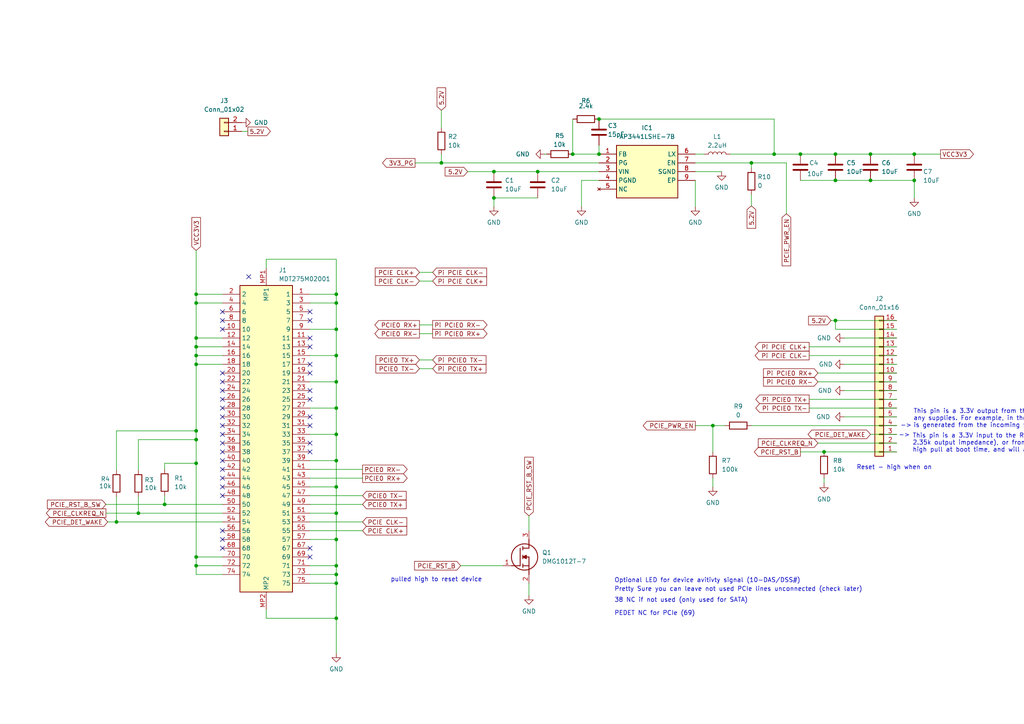
<source format=kicad_sch>
(kicad_sch (version 20230121) (generator eeschema)
  (paper "A4")
  (lib_symbols
    (symbol "Connector:MDT275M02001"
      (property "Reference" "J" (at 95.25 12.7 0))
      (property "Value" "MDT275M02001" (at 95.25 10.16 0))
      (symbol "MDT275M02001_1_1"
        (rectangle (start 5.08 7.62) (end 93.98 -7.62) (stroke (width 0.254)) (fill (type background)))
        (pin passive line (at 7.62 12.7 270) (length 5.08) (name "1") (number "1"))
        (pin passive line (at 17.78 -12.7 90) (length 5.08) (name "10") (number "10"))
        (pin passive line (at 20.32 12.7 270) (length 5.08) (name "11") (number "11"))
        (pin passive line (at 20.32 -12.7 90) (length 5.08) (name "12") (number "12"))
        (pin passive line (at 22.86 12.7 270) (length 5.08) (name "13") (number "13"))
        (pin passive line (at 22.86 -12.7 90) (length 5.08) (name "14") (number "14"))
        (pin passive line (at 25.4 12.7 270) (length 5.08) (name "15") (number "15"))
        (pin passive line (at 25.4 -12.7 90) (length 5.08) (name "16") (number "16"))
        (pin passive line (at 27.94 12.7 270) (length 5.08) (name "17") (number "17"))
        (pin passive line (at 27.94 -12.7 90) (length 5.08) (name "18") (number "18"))
        (pin passive line (at 30.48 12.7 270) (length 5.08) (name "19") (number "19"))
        (pin passive line (at 7.62 -12.7 90) (length 5.08) (name "2") (number "2"))
        (pin passive line (at 30.48 -12.7 90) (length 5.08) (name "20") (number "20"))
        (pin passive line (at 33.02 12.7 270) (length 5.08) (name "21") (number "21"))
        (pin passive line (at 33.02 -12.7 90) (length 5.08) (name "22") (number "22"))
        (pin passive line (at 35.56 12.7 270) (length 5.08) (name "23") (number "23"))
        (pin passive line (at 35.56 -12.7 90) (length 5.08) (name "24") (number "24"))
        (pin passive line (at 38.1 12.7 270) (length 5.08) (name "25") (number "25"))
        (pin passive line (at 38.1 -12.7 90) (length 5.08) (name "26") (number "26"))
        (pin passive line (at 40.64 12.7 270) (length 5.08) (name "27") (number "27"))
        (pin passive line (at 40.64 -12.7 90) (length 5.08) (name "28") (number "28"))
        (pin passive line (at 43.18 12.7 270) (length 5.08) (name "29") (number "29"))
        (pin passive line (at 10.16 12.7 270) (length 5.08) (name "3") (number "3"))
        (pin passive line (at 43.18 -12.7 90) (length 5.08) (name "30") (number "30"))
        (pin passive line (at 45.72 12.7 270) (length 5.08) (name "31") (number "31"))
        (pin passive line (at 45.72 -12.7 90) (length 5.08) (name "32") (number "32"))
        (pin passive line (at 48.26 12.7 270) (length 5.08) (name "33") (number "33"))
        (pin passive line (at 48.26 -12.7 90) (length 5.08) (name "34") (number "34"))
        (pin passive line (at 50.8 12.7 270) (length 5.08) (name "35") (number "35"))
        (pin passive line (at 50.8 -12.7 90) (length 5.08) (name "36") (number "36"))
        (pin passive line (at 53.34 12.7 270) (length 5.08) (name "37") (number "37"))
        (pin passive line (at 53.34 -12.7 90) (length 5.08) (name "38") (number "38"))
        (pin passive line (at 55.88 12.7 270) (length 5.08) (name "39") (number "39"))
        (pin passive line (at 10.16 -12.7 90) (length 5.08) (name "4") (number "4"))
        (pin passive line (at 55.88 -12.7 90) (length 5.08) (name "40") (number "40"))
        (pin passive line (at 58.42 12.7 270) (length 5.08) (name "41") (number "41"))
        (pin passive line (at 58.42 -12.7 90) (length 5.08) (name "42") (number "42"))
        (pin passive line (at 60.96 12.7 270) (length 5.08) (name "43") (number "43"))
        (pin passive line (at 60.96 -12.7 90) (length 5.08) (name "44") (number "44"))
        (pin passive line (at 63.5 12.7 270) (length 5.08) (name "45") (number "45"))
        (pin passive line (at 63.5 -12.7 90) (length 5.08) (name "46") (number "46"))
        (pin passive line (at 66.04 12.7 270) (length 5.08) (name "47") (number "47"))
        (pin passive line (at 66.04 -12.7 90) (length 5.08) (name "48") (number "48"))
        (pin passive line (at 68.58 12.7 270) (length 5.08) (name "49") (number "49"))
        (pin passive line (at 12.7 12.7 270) (length 5.08) (name "5") (number "5"))
        (pin passive line (at 68.58 -12.7 90) (length 5.08) (name "50") (number "50"))
        (pin passive line (at 71.12 12.7 270) (length 5.08) (name "51") (number "51"))
        (pin passive line (at 71.12 -12.7 90) (length 5.08) (name "52") (number "52"))
        (pin passive line (at 73.66 12.7 270) (length 5.08) (name "53") (number "53"))
        (pin passive line (at 73.66 -12.7 90) (length 5.08) (name "54") (number "54"))
        (pin passive line (at 76.2 12.7 270) (length 5.08) (name "55") (number "55"))
        (pin passive line (at 76.2 -12.7 90) (length 5.08) (name "56") (number "56"))
        (pin passive line (at 78.74 12.7 270) (length 5.08) (name "57") (number "57"))
        (pin passive line (at 78.74 -12.7 90) (length 5.08) (name "58") (number "58"))
        (pin passive line (at 12.7 -12.7 90) (length 5.08) (name "6") (number "6"))
        (pin passive line (at 81.28 12.7 270) (length 5.08) (name "67") (number "67"))
        (pin passive line (at 81.28 -12.7 90) (length 5.08) (name "68") (number "68"))
        (pin passive line (at 83.82 12.7 270) (length 5.08) (name "69") (number "69"))
        (pin passive line (at 15.24 12.7 270) (length 5.08) (name "7") (number "7"))
        (pin passive line (at 83.82 -12.7 90) (length 5.08) (name "70") (number "70"))
        (pin passive line (at 86.36 12.7 270) (length 5.08) (name "71") (number "71"))
        (pin passive line (at 86.36 -12.7 90) (length 5.08) (name "72") (number "72"))
        (pin passive line (at 88.9 12.7 270) (length 5.08) (name "73") (number "73"))
        (pin passive line (at 88.9 -12.7 90) (length 5.08) (name "74") (number "74"))
        (pin passive line (at 91.44 12.7 270) (length 5.08) (name "75") (number "75"))
        (pin passive line (at 15.24 -12.7 90) (length 5.08) (name "8") (number "8"))
        (pin passive line (at 17.78 12.7 270) (length 5.08) (name "9") (number "9"))
        (pin passive line (at 0 0 0) (length 5.08) (name "MP1") (number "MP1"))
        (pin passive line (at 99.06 0 180) (length 5.08) (name "MP2") (number "MP2"))
      )
    )
    (symbol "Connector_Generic:Conn_01x02" (pin_names (offset 1.016) hide)
      (property "Reference" "J" (at 0 2.54 0))
      (property "Value" "Conn_01x02" (at 0 -5.08 0))
      (symbol "Conn_01x02_1_1"
        (rectangle (start -1.27 -2.413) (end 0 -2.667) (stroke (width 0.1524)))
        (rectangle (start -1.27 0.127) (end 0 -0.127) (stroke (width 0.1524)))
        (rectangle (start -1.27 1.27) (end 1.27 -3.81) (stroke (width 0.254)) (fill (type background)))
        (pin passive line (at -5.08 0 0) (length 3.81) (name "Pin_1") (number "1"))
        (pin passive line (at -5.08 -2.54 0) (length 3.81) (name "Pin_2") (number "2"))
      )
    )
    (symbol "Connector_Generic:Conn_01x16" (pin_names (offset 1.016) hide)
      (property "Reference" "J" (at 0 20.32 0))
      (property "Value" "Conn_01x16" (at 0 -22.86 0))
      (symbol "Conn_01x16_1_1"
        (rectangle (start -1.27 -20.193) (end 0 -20.447) (stroke (width 0.1524)))
        (rectangle (start -1.27 -17.653) (end 0 -17.907) (stroke (width 0.1524)))
        (rectangle (start -1.27 -15.113) (end 0 -15.367) (stroke (width 0.1524)))
        (rectangle (start -1.27 -12.573) (end 0 -12.827) (stroke (width 0.1524)))
        (rectangle (start -1.27 -10.033) (end 0 -10.287) (stroke (width 0.1524)))
        (rectangle (start -1.27 -7.493) (end 0 -7.747) (stroke (width 0.1524)))
        (rectangle (start -1.27 -4.953) (end 0 -5.207) (stroke (width 0.1524)))
        (rectangle (start -1.27 -2.413) (end 0 -2.667) (stroke (width 0.1524)))
        (rectangle (start -1.27 0.127) (end 0 -0.127) (stroke (width 0.1524)))
        (rectangle (start -1.27 2.667) (end 0 2.413) (stroke (width 0.1524)))
        (rectangle (start -1.27 5.207) (end 0 4.953) (stroke (width 0.1524)))
        (rectangle (start -1.27 7.747) (end 0 7.493) (stroke (width 0.1524)))
        (rectangle (start -1.27 10.287) (end 0 10.033) (stroke (width 0.1524)))
        (rectangle (start -1.27 12.827) (end 0 12.573) (stroke (width 0.1524)))
        (rectangle (start -1.27 15.367) (end 0 15.113) (stroke (width 0.1524)))
        (rectangle (start -1.27 17.907) (end 0 17.653) (stroke (width 0.1524)))
        (rectangle (start -1.27 19.05) (end 1.27 -21.59) (stroke (width 0.254)) (fill (type background)))
        (pin passive line (at -5.08 17.78 0) (length 3.81) (name "Pin_1") (number "1"))
        (pin passive line (at -5.08 -5.08 0) (length 3.81) (name "Pin_10") (number "10"))
        (pin passive line (at -5.08 -7.62 0) (length 3.81) (name "Pin_11") (number "11"))
        (pin passive line (at -5.08 -10.16 0) (length 3.81) (name "Pin_12") (number "12"))
        (pin passive line (at -5.08 -12.7 0) (length 3.81) (name "Pin_13") (number "13"))
        (pin passive line (at -5.08 -15.24 0) (length 3.81) (name "Pin_14") (number "14"))
        (pin passive line (at -5.08 -17.78 0) (length 3.81) (name "Pin_15") (number "15"))
        (pin passive line (at -5.08 -20.32 0) (length 3.81) (name "Pin_16") (number "16"))
        (pin passive line (at -5.08 15.24 0) (length 3.81) (name "Pin_2") (number "2"))
        (pin passive line (at -5.08 12.7 0) (length 3.81) (name "Pin_3") (number "3"))
        (pin passive line (at -5.08 10.16 0) (length 3.81) (name "Pin_4") (number "4"))
        (pin passive line (at -5.08 7.62 0) (length 3.81) (name "Pin_5") (number "5"))
        (pin passive line (at -5.08 5.08 0) (length 3.81) (name "Pin_6") (number "6"))
        (pin passive line (at -5.08 2.54 0) (length 3.81) (name "Pin_7") (number "7"))
        (pin passive line (at -5.08 0 0) (length 3.81) (name "Pin_8") (number "8"))
        (pin passive line (at -5.08 -2.54 0) (length 3.81) (name "Pin_9") (number "9"))
      )
    )
    (symbol "Converter_DCDC:AP3441LSHE-7B"
      (property "Reference" "IC" (at 24.13 7.62 0))
      (property "Value" "AP3441LSHE-7B" (at 24.13 5.08 0))
      (symbol "AP3441LSHE-7B_1_1"
        (rectangle (start 5.08 2.54) (end 22.86 -12.7) (stroke (width 0.254)) (fill (type background)))
        (pin passive line (at 0 0 0) (length 5.08) (name "FB") (number "1"))
        (pin passive line (at 0 -2.54 0) (length 5.08) (name "PG") (number "2"))
        (pin passive line (at 0 -5.08 0) (length 5.08) (name "VIN") (number "3"))
        (pin passive line (at 0 -7.62 0) (length 5.08) (name "PGND") (number "4"))
        (pin no_connect line (at 0 -10.16 0) (length 5.08) (name "NC") (number "5"))
        (pin passive line (at 27.94 0 180) (length 5.08) (name "LX") (number "6"))
        (pin passive line (at 27.94 -2.54 180) (length 5.08) (name "EN") (number "7"))
        (pin passive line (at 27.94 -5.08 180) (length 5.08) (name "SGND") (number "8"))
        (pin passive line (at 27.94 -7.62 180) (length 5.08) (name "EP") (number "9"))
      )
    )
    (symbol "Device:C" (pin_numbers hide) (pin_names (offset 0.254))
      (property "Reference" "C" (at 0.635 2.54 0))
      (property "Value" "C" (at 0.635 -2.54 0))
      (symbol "C_0_1"
        (polyline (pts (xy -2.032 -0.762) (xy 2.032 -0.762)) (stroke (width 0.508)))
        (polyline (pts (xy -2.032 0.762) (xy 2.032 0.762)) (stroke (width 0.508)))
      )
      (symbol "C_1_1"
        (pin passive line (at 0 3.81 270) (length 2.794) (name "~") (number "1"))
        (pin passive line (at 0 -3.81 90) (length 2.794) (name "~") (number "2"))
      )
    )
    (symbol "Device:L" (pin_numbers hide) (pin_names (offset 1.016) hide)
      (property "Reference" "L" (at -1.27 0 90))
      (property "Value" "L" (at 1.905 0 90))
      (symbol "L_0_1"
        (arc (start 0 -2.54) (mid 0.6323 -1.905) (end 0 -1.27))
        (arc (start 0 -1.27) (mid 0.6323 -0.635) (end 0 0))
        (arc (start 0 0) (mid 0.6323 0.635) (end 0 1.27))
        (arc (start 0 1.27) (mid 0.6323 1.905) (end 0 2.54))
      )
      (symbol "L_1_1"
        (pin passive line (at 0 3.81 270) (length 1.27) (name "1") (number "1"))
        (pin passive line (at 0 -3.81 90) (length 1.27) (name "2") (number "2"))
      )
    )
    (symbol "Device:R" (pin_numbers hide) (pin_names (offset 0))
      (property "Reference" "R" (at 2.032 0 90))
      (property "Value" "R" (at 0 0 90))
      (symbol "R_0_1"
        (rectangle (start -1.016 -2.54) (end 1.016 2.54) (stroke (width 0.254)))
      )
      (symbol "R_1_1"
        (pin passive line (at 0 3.81 270) (length 1.27) (name "~") (number "1"))
        (pin passive line (at 0 -3.81 90) (length 1.27) (name "~") (number "2"))
      )
    )
    (symbol "Diode:DMG1012T-7" (pin_names hide)
      (property "Reference" "Q" (at 11.43 3.81 0))
      (property "Value" "DMG1012T-7" (at 11.43 1.27 0))
      (symbol "DMG1012T-7_1_1"
        (polyline (pts (xy 2.54 0) (xy 5.08 0)) (stroke (width 0.254)))
        (polyline (pts (xy 5.08 5.08) (xy 5.08 0)) (stroke (width 0.254)))
        (polyline (pts (xy 5.842 -0.508) (xy 5.842 0.508)) (stroke (width 0.254)))
        (polyline (pts (xy 5.842 0) (xy 7.62 0)) (stroke (width 0.254)))
        (polyline (pts (xy 5.842 2.032) (xy 5.842 3.048)) (stroke (width 0.254)))
        (polyline (pts (xy 5.842 5.588) (xy 5.842 4.572)) (stroke (width 0.254)))
        (polyline (pts (xy 7.62 2.54) (xy 5.842 2.54)) (stroke (width 0.254)))
        (polyline (pts (xy 7.62 2.54) (xy 7.62 -2.54)) (stroke (width 0.254)))
        (polyline (pts (xy 7.62 5.08) (xy 5.842 5.08)) (stroke (width 0.254)))
        (polyline (pts (xy 7.62 5.08) (xy 7.62 7.62)) (stroke (width 0.254)))
        (polyline (pts (xy 5.842 2.54) (xy 6.858 3.048) (xy 6.858 2.032) (xy 5.842 2.54)) (stroke (width 0.254)) (fill (type outline)))
        (circle (center 6.35 2.54) (radius 3.81) (stroke (width 0.254)))
        (pin passive line (at 0 0 0) (length 2.54) (name "G") (number "1"))
        (pin passive line (at 7.62 -5.08 90) (length 2.54) (name "S") (number "2"))
        (pin passive line (at 7.62 10.16 270) (length 2.54) (name "D") (number "3"))
      )
    )
    (symbol "power:GND" (power) (pin_names (offset 0))
      (property "Value" "GND" (at 0 -3.81 0))
      (symbol "GND_0_1"
        (polyline (pts (xy 0 0) (xy 0 -1.27) (xy 1.27 -1.27) (xy 0 -2.54) (xy -1.27 -1.27) (xy 0 -1.27)))
      )
      (symbol "GND_1_1"
        (pin power_in line (at 0 0 270) (length 0) hide (name "GND") (number "1"))
      )
    )
  )
  (junction (at 97.536 103.124))
  (junction (at 217.932 47.244))
  (junction (at 143.256 57.404))
  (junction (at 252.476 52.324))
  (junction (at 97.536 118.364))
  (junction (at 97.536 148.844))
  (junction (at 265.176 52.324))
  (junction (at 97.536 133.604))
  (junction (at 56.896 103.124))
  (junction (at 206.756 123.444))
  (junction (at 56.896 124.968))
  (junction (at 265.176 44.704))
  (junction (at 242.316 44.704))
  (junction (at 143.256 49.784))
  (junction (at 97.536 164.084))
  (junction (at 56.896 134.366))
  (junction (at 97.536 110.744))
  (junction (at 97.536 125.984))
  (junction (at 33.782 151.384))
  (junction (at 252.476 44.704))
  (junction (at 56.896 105.664))
  (junction (at 47.752 146.304))
  (junction (at 128.016 47.244))
  (junction (at 242.316 52.324))
  (junction (at 173.736 34.544))
  (junction (at 97.536 179.324))
  (junction (at 155.956 49.784))
  (junction (at 232.156 44.704))
  (junction (at 97.536 156.464))
  (junction (at 242.316 92.964))
  (junction (at 97.536 87.884))
  (junction (at 224.536 44.704))
  (junction (at 97.536 141.224))
  (junction (at 173.736 44.704))
  (junction (at 97.536 85.344))
  (junction (at 97.536 169.164))
  (junction (at 56.896 100.584))
  (junction (at 239.014 131.064))
  (junction (at 97.536 95.504))
  (junction (at 56.896 127.508))
  (junction (at 56.896 87.884))
  (junction (at 56.896 98.044))
  (junction (at 56.896 85.344))
  (junction (at 166.116 44.704))
  (junction (at 56.896 161.544))
  (junction (at 56.896 164.084))
  (junction (at 40.132 148.844))
  (junction (at 97.536 166.624))
  (no_connect (at 89.916 105.664))
  (no_connect (at 89.916 92.964))
  (no_connect (at 64.516 131.064))
  (no_connect (at 64.516 156.464))
  (no_connect (at 64.516 125.984))
  (no_connect (at 89.916 128.524))
  (no_connect (at 89.916 100.584))
  (no_connect (at 89.916 123.444))
  (no_connect (at 89.916 108.204))
  (no_connect (at 89.916 113.284))
  (no_connect (at 64.516 113.284))
  (no_connect (at 89.916 131.064))
  (no_connect (at 64.516 133.604))
  (no_connect (at 64.516 115.824))
  (no_connect (at 64.516 128.524))
  (no_connect (at 64.516 110.744))
  (no_connect (at 64.516 120.904))
  (no_connect (at 89.916 120.904))
  (no_connect (at 64.516 108.204))
  (no_connect (at 64.516 90.424))
  (no_connect (at 64.516 136.144))
  (no_connect (at 72.136 80.264))
  (no_connect (at 64.516 123.444))
  (no_connect (at 64.516 95.504))
  (no_connect (at 89.916 161.544))
  (no_connect (at 64.516 141.224))
  (no_connect (at 89.916 90.424))
  (no_connect (at 89.916 115.824))
  (no_connect (at 64.516 92.964))
  (no_connect (at 89.916 98.044))
  (no_connect (at 64.516 143.764))
  (no_connect (at 64.516 118.364))
  (no_connect (at 89.916 159.004))
  (no_connect (at 64.516 153.924))
  (no_connect (at 64.516 138.684))
  (no_connect (at 64.516 159.004))
  (wire (pts (xy 97.536 118.364) (xy 89.916 118.364)))
  (wire (pts (xy 97.536 103.124) (xy 97.536 110.744)))
  (wire (pts (xy 30.734 148.844) (xy 40.132 148.844)))
  (wire (pts (xy 143.256 57.404) (xy 143.256 59.944)))
  (wire (pts (xy 40.132 136.398) (xy 40.132 127.508)))
  (wire (pts (xy 206.756 123.444) (xy 206.756 131.064)))
  (wire (pts (xy 97.536 164.084) (xy 97.536 166.624)))
  (wire (pts (xy 33.782 151.384) (xy 64.516 151.384)))
  (wire (pts (xy 242.316 92.964) (xy 260.096 92.964)))
  (wire (pts (xy 89.916 151.384) (xy 105.156 151.384)))
  (wire (pts (xy 77.216 75.184) (xy 97.536 75.184)))
  (wire (pts (xy 70.104 38.1) (xy 71.882 38.1)))
  (wire (pts (xy 77.216 179.324) (xy 97.536 179.324)))
  (wire (pts (xy 244.856 120.904) (xy 260.096 120.904)))
  (wire (pts (xy 120.396 47.244) (xy 128.016 47.244)))
  (wire (pts (xy 97.536 110.744) (xy 97.536 118.364)))
  (wire (pts (xy 125.476 96.774) (xy 121.666 96.774)))
  (wire (pts (xy 97.536 125.984) (xy 97.536 133.604)))
  (wire (pts (xy 133.604 164.084) (xy 145.796 164.084)))
  (wire (pts (xy 56.896 161.544) (xy 56.896 164.084)))
  (wire (pts (xy 237.236 128.524) (xy 260.096 128.524)))
  (wire (pts (xy 89.916 146.304) (xy 105.156 146.304)))
  (wire (pts (xy 56.896 100.584) (xy 64.516 100.584)))
  (wire (pts (xy 97.536 85.344) (xy 97.536 87.884)))
  (wire (pts (xy 40.132 144.018) (xy 40.132 148.844)))
  (wire (pts (xy 260.096 108.204) (xy 237.236 108.204)))
  (wire (pts (xy 234.696 100.584) (xy 260.096 100.584)))
  (wire (pts (xy 97.536 87.884) (xy 97.536 95.504)))
  (wire (pts (xy 143.256 57.404) (xy 155.956 57.404)))
  (wire (pts (xy 97.536 87.884) (xy 89.916 87.884)))
  (wire (pts (xy 97.536 156.464) (xy 89.916 156.464)))
  (wire (pts (xy 128.016 32.004) (xy 128.016 37.084)))
  (wire (pts (xy 89.916 169.164) (xy 97.536 169.164)))
  (wire (pts (xy 89.916 153.924) (xy 105.156 153.924)))
  (wire (pts (xy 56.896 72.644) (xy 56.896 85.344)))
  (wire (pts (xy 89.916 166.624) (xy 97.536 166.624)))
  (wire (pts (xy 64.516 103.124) (xy 56.896 103.124)))
  (wire (pts (xy 97.536 169.164) (xy 97.536 179.324)))
  (wire (pts (xy 242.316 95.504) (xy 242.316 92.964)))
  (wire (pts (xy 33.782 136.398) (xy 33.782 124.968)))
  (wire (pts (xy 97.536 118.364) (xy 97.536 125.984)))
  (wire (pts (xy 272.796 44.704) (xy 265.176 44.704)))
  (wire (pts (xy 47.752 146.304) (xy 64.516 146.304)))
  (wire (pts (xy 47.752 136.144) (xy 47.752 134.366)))
  (wire (pts (xy 211.836 44.704) (xy 224.536 44.704)))
  (wire (pts (xy 31.242 151.384) (xy 33.782 151.384)))
  (wire (pts (xy 143.256 49.784) (xy 155.956 49.784)))
  (wire (pts (xy 242.316 52.324) (xy 252.476 52.324)))
  (wire (pts (xy 97.536 110.744) (xy 89.916 110.744)))
  (wire (pts (xy 128.016 44.704) (xy 128.016 47.244)))
  (wire (pts (xy 168.656 52.324) (xy 168.656 59.944)))
  (wire (pts (xy 64.516 161.544) (xy 56.896 161.544)))
  (wire (pts (xy 232.156 44.704) (xy 242.316 44.704)))
  (wire (pts (xy 125.476 78.994) (xy 121.666 78.994)))
  (wire (pts (xy 56.896 134.366) (xy 56.896 127.508)))
  (wire (pts (xy 157.988 44.704) (xy 158.496 44.704)))
  (wire (pts (xy 224.536 34.544) (xy 224.536 44.704)))
  (wire (pts (xy 244.856 98.044) (xy 260.096 98.044)))
  (wire (pts (xy 97.536 125.984) (xy 89.916 125.984)))
  (wire (pts (xy 244.856 113.284) (xy 260.096 113.284)))
  (wire (pts (xy 125.476 94.234) (xy 121.666 94.234)))
  (wire (pts (xy 97.536 85.344) (xy 89.916 85.344)))
  (wire (pts (xy 30.734 146.304) (xy 47.752 146.304)))
  (wire (pts (xy 168.656 52.324) (xy 173.736 52.324)))
  (wire (pts (xy 97.536 133.604) (xy 97.536 141.224)))
  (wire (pts (xy 77.216 176.784) (xy 77.216 179.324)))
  (wire (pts (xy 239.014 131.064) (xy 260.096 131.064)))
  (wire (pts (xy 166.116 44.704) (xy 173.736 44.704)))
  (wire (pts (xy 56.896 98.044) (xy 64.516 98.044)))
  (wire (pts (xy 89.916 148.844) (xy 97.536 148.844)))
  (wire (pts (xy 234.696 103.124) (xy 260.096 103.124)))
  (wire (pts (xy 97.536 156.464) (xy 97.536 164.084)))
  (wire (pts (xy 265.176 57.404) (xy 265.176 52.324)))
  (wire (pts (xy 224.536 44.704) (xy 232.156 44.704)))
  (wire (pts (xy 201.676 52.324) (xy 201.676 59.944)))
  (wire (pts (xy 228.092 47.244) (xy 228.092 61.976)))
  (wire (pts (xy 89.916 136.144) (xy 105.156 136.144)))
  (wire (pts (xy 128.016 47.244) (xy 173.736 47.244)))
  (wire (pts (xy 241.046 92.964) (xy 242.316 92.964)))
  (wire (pts (xy 224.536 34.544) (xy 173.736 34.544)))
  (wire (pts (xy 244.856 105.664) (xy 260.096 105.664)))
  (wire (pts (xy 64.516 164.084) (xy 56.896 164.084)))
  (wire (pts (xy 56.896 87.884) (xy 56.896 98.044)))
  (wire (pts (xy 237.236 110.744) (xy 260.096 110.744)))
  (wire (pts (xy 206.756 138.684) (xy 206.756 141.224)))
  (wire (pts (xy 56.896 87.884) (xy 64.516 87.884)))
  (wire (pts (xy 97.536 166.624) (xy 97.536 169.164)))
  (wire (pts (xy 201.676 49.784) (xy 209.296 49.784)))
  (wire (pts (xy 64.516 85.344) (xy 56.896 85.344)))
  (wire (pts (xy 97.536 95.504) (xy 89.916 95.504)))
  (wire (pts (xy 97.536 179.324) (xy 97.536 189.484)))
  (wire (pts (xy 217.932 47.244) (xy 217.932 48.768)))
  (wire (pts (xy 56.896 164.084) (xy 56.896 166.624)))
  (wire (pts (xy 217.932 56.388) (xy 217.932 59.69)))
  (wire (pts (xy 89.916 103.124) (xy 97.536 103.124)))
  (wire (pts (xy 56.896 134.366) (xy 56.896 161.544)))
  (wire (pts (xy 206.756 123.444) (xy 210.312 123.444)))
  (wire (pts (xy 201.676 47.244) (xy 217.932 47.244)))
  (wire (pts (xy 56.896 105.664) (xy 56.896 124.968)))
  (wire (pts (xy 252.476 52.324) (xy 265.176 52.324)))
  (wire (pts (xy 153.416 149.606) (xy 153.416 153.924)))
  (wire (pts (xy 97.536 75.184) (xy 97.536 85.344)))
  (wire (pts (xy 166.116 34.544) (xy 166.116 44.704)))
  (wire (pts (xy 89.916 138.684) (xy 105.156 138.684)))
  (wire (pts (xy 97.536 133.604) (xy 89.916 133.604)))
  (wire (pts (xy 153.416 169.164) (xy 153.416 172.72)))
  (wire (pts (xy 217.932 47.244) (xy 228.092 47.244)))
  (wire (pts (xy 232.156 131.064) (xy 239.014 131.064)))
  (wire (pts (xy 232.156 52.324) (xy 242.316 52.324)))
  (wire (pts (xy 135.636 49.784) (xy 143.256 49.784)))
  (wire (pts (xy 97.536 141.224) (xy 97.536 148.844)))
  (wire (pts (xy 56.896 124.968) (xy 56.896 127.508)))
  (wire (pts (xy 125.476 106.934) (xy 121.666 106.934)))
  (wire (pts (xy 201.676 123.444) (xy 206.756 123.444)))
  (wire (pts (xy 89.916 143.764) (xy 105.156 143.764)))
  (wire (pts (xy 56.896 105.664) (xy 64.516 105.664)))
  (wire (pts (xy 56.896 100.584) (xy 56.896 103.124)))
  (wire (pts (xy 234.696 118.364) (xy 260.096 118.364)))
  (wire (pts (xy 260.096 95.504) (xy 242.316 95.504)))
  (wire (pts (xy 173.736 42.164) (xy 173.736 44.704)))
  (wire (pts (xy 125.476 104.394) (xy 121.666 104.394)))
  (wire (pts (xy 97.536 95.504) (xy 97.536 103.124)))
  (wire (pts (xy 33.782 144.018) (xy 33.782 151.384)))
  (wire (pts (xy 47.752 134.366) (xy 56.896 134.366)))
  (wire (pts (xy 56.896 166.624) (xy 64.516 166.624)))
  (wire (pts (xy 252.476 44.704) (xy 265.176 44.704)))
  (wire (pts (xy 260.096 125.984) (xy 252.476 125.984)))
  (wire (pts (xy 56.896 103.124) (xy 56.896 105.664)))
  (wire (pts (xy 173.736 49.784) (xy 155.956 49.784)))
  (wire (pts (xy 234.696 115.824) (xy 260.096 115.824)))
  (wire (pts (xy 40.132 127.508) (xy 56.896 127.508)))
  (wire (pts (xy 201.676 44.704) (xy 204.216 44.704)))
  (wire (pts (xy 239.014 138.684) (xy 239.014 140.208)))
  (wire (pts (xy 33.782 124.968) (xy 56.896 124.968)))
  (wire (pts (xy 242.316 44.704) (xy 252.476 44.704)))
  (wire (pts (xy 97.536 141.224) (xy 89.916 141.224)))
  (wire (pts (xy 89.916 164.084) (xy 97.536 164.084)))
  (wire (pts (xy 56.896 98.044) (xy 56.896 100.584)))
  (wire (pts (xy 56.896 85.344) (xy 56.896 87.884)))
  (wire (pts (xy 47.752 143.764) (xy 47.752 146.304)))
  (wire (pts (xy 217.932 123.444) (xy 260.096 123.444)))
  (wire (pts (xy 97.536 148.844) (xy 97.536 156.464)))
  (wire (pts (xy 40.132 148.844) (xy 64.516 148.844)))
  (wire (pts (xy 77.216 77.724) (xy 77.216 75.184)))
  (wire (pts (xy 125.476 81.534) (xy 121.666 81.534)))
  (text "Reset - high when on" (at 248.412 136.398 0) (effects (font (size 1.27 1.27)) (justify left bottom)))
  (text "This pin is a 3.3V input to the Raspberry Pi. Pull high to 3.3V either from a resistive divider from 5V (3k6/6k8 giving\n2.35k output impedance), or from permanently enabled 3.3V (using a 2.2K resistor). The Raspberry Pi will detect this\nhigh pull at boot time, and will automatically probe the PCIe bus." (at 264.668 131.318 0) (effects (font (size 1.27 1.27)) (justify left bottom)))
  (text "PEDET NC for PCIe (69)" (at 178.181 178.689 0) (effects (font (size 1.27 1.27)) (justify left bottom)))
  (text "This pin is a 3.3V output from the Raspberry Pi to a HAT+ or other add-on board, and signals to the HAT+ to power up\nany supplies. For example, in the instance of the Raspberry Pi M.2 M Key HAT+, this enables the M.2 3.3V power (which\nis generated from the incoming 5V). Provide a 100K low pull on this pin on any HAT+" (at 264.922 124.206 0) (effects (font (size 1.27 1.27)) (justify left bottom)))
  (text "Optional LED for device avitivty signal (10-DAS/DSS#)" (at 178.181 169.164 0) (effects (font (size 1.27 1.27)) (justify left bottom)))
  (text "38 NC if not used (only used for SATA)" (at 178.181 174.879 0) (effects (font (size 1.27 1.27)) (justify left bottom)))
  (text "->" (at 260.604 127 0) (effects (font (size 1.27 1.27)) (justify left bottom)))
  (text "->" (at 261.112 124.206 0) (effects (font (size 1.27 1.27)) (justify left bottom)))
  (text "pulled high to reset device" (at 113.284 168.91 0) (effects (font (size 1.27 1.27)) (justify left bottom)))
  (text "Pretty Sure you can leave not used PCIe lines unconnected (check later)" (at 178.181 171.704 0) (effects (font (size 1.27 1.27)) (justify left bottom)))
  (global_label "PCIE0 RX+" (shape output) (at 105.156 138.684 0) (property "Intersheetrefs" "${INTERSHEET_REFS}" (effects hide)))
  (global_label "PCIE0 TX-" (shape input) (at 121.666 106.934 180) (property "Intersheetrefs" "${INTERSHEET_REFS}" (effects hide)))
  (global_label "PCIE CLK-" (shape input) (at 105.156 151.384 0) (property "Intersheetrefs" "${INTERSHEET_REFS}" (effects hide)))
  (global_label "Pi PCIE CLK-" (shape input) (at 125.476 78.994 0) (property "Intersheetrefs" "${INTERSHEET_REFS}" (effects hide)))
  (global_label "Pi PCIE0 RX+" (shape output) (at 125.476 96.774 0) (property "Intersheetrefs" "${INTERSHEET_REFS}" (effects hide)))
  (global_label "PCIE_RST_B_SW" (shape input) (at 153.416 149.606 90) (property "Intersheetrefs" "${INTERSHEET_REFS}" (effects hide)))
  (global_label "Pi PCIE0 RX+" (shape input) (at 237.236 108.204 180) (property "Intersheetrefs" "${INTERSHEET_REFS}" (effects hide)))
  (global_label "PCIE0 TX+" (shape input) (at 105.156 146.304 0) (property "Intersheetrefs" "${INTERSHEET_REFS}" (effects hide)))
  (global_label "PCIE_RST_B" (shape output) (at 232.156 131.064 180) (property "Intersheetrefs" "${INTERSHEET_REFS}" (effects hide)))
  (global_label "PCIE_DET_WAKE" (shape bidirectional) (at 31.242 151.384 180) (property "Intersheetrefs" "${INTERSHEET_REFS}" (effects hide)))
  (global_label "PCIE_CLKREQ_N" (shape output) (at 30.734 148.844 180) (property "Intersheetrefs" "${INTERSHEET_REFS}" (effects hide)))
  (global_label "5.2V" (shape input) (at 128.016 32.004 90) (property "Intersheetrefs" "${INTERSHEET_REFS}" (effects hide)))
  (global_label "PCIE CLK+" (shape input) (at 105.156 153.924 0) (property "Intersheetrefs" "${INTERSHEET_REFS}" (effects hide)))
  (global_label "PCIE0 RX-" (shape output) (at 121.666 96.774 180) (property "Intersheetrefs" "${INTERSHEET_REFS}" (effects hide)))
  (global_label "PCIE_RST_B_SW" (shape input) (at 30.734 146.304 180) (property "Intersheetrefs" "${INTERSHEET_REFS}" (effects hide)))
  (global_label "PCIE0 RX+" (shape output) (at 121.666 94.234 180) (property "Intersheetrefs" "${INTERSHEET_REFS}" (effects hide)))
  (global_label "Pi PCIE0 TX+" (shape output) (at 234.696 115.824 180) (property "Intersheetrefs" "${INTERSHEET_REFS}" (effects hide)))
  (global_label "PCIE0 RX-" (shape output) (at 105.156 136.144 0) (property "Intersheetrefs" "${INTERSHEET_REFS}" (effects hide)))
  (global_label "Pi PCIE0 TX+" (shape input) (at 125.476 106.934 0) (property "Intersheetrefs" "${INTERSHEET_REFS}" (effects hide)))
  (global_label "PCIE_PWR_EN" (shape input) (at 228.092 61.976 270) (property "Intersheetrefs" "${INTERSHEET_REFS}" (effects hide)))
  (global_label "PCIE_RST_B" (shape input) (at 133.604 164.084 180) (property "Intersheetrefs" "${INTERSHEET_REFS}" (effects hide)))
  (global_label "5.2V" (shape input) (at 135.636 49.784 180) (property "Intersheetrefs" "${INTERSHEET_REFS}" (effects hide)))
  (global_label "PCIE CLK-" (shape input) (at 121.666 81.534 180) (property "Intersheetrefs" "${INTERSHEET_REFS}" (effects hide)))
  (global_label "PCIE0 TX-" (shape input) (at 105.156 143.764 0) (property "Intersheetrefs" "${INTERSHEET_REFS}" (effects hide)))
  (global_label "VCC3V3" (shape output) (at 272.796 44.704 0) (property "Intersheetrefs" "${INTERSHEET_REFS}" (effects hide)))
  (global_label "5.2V" (shape input) (at 217.932 59.69 270) (property "Intersheetrefs" "${INTERSHEET_REFS}" (effects hide)))
  (global_label "Pi PCIE0 TX-" (shape input) (at 125.476 104.394 0) (property "Intersheetrefs" "${INTERSHEET_REFS}" (effects hide)))
  (global_label "5.2V" (shape output) (at 71.882 38.1 0) (property "Intersheetrefs" "${INTERSHEET_REFS}" (effects hide)))
  (global_label "5.2V" (shape input) (at 241.046 92.964 180) (property "Intersheetrefs" "${INTERSHEET_REFS}" (effects hide)))
  (global_label "Pi PCIE0 RX-" (shape output) (at 125.476 94.234 0) (property "Intersheetrefs" "${INTERSHEET_REFS}" (effects hide)))
  (global_label "3V3_PG" (shape output) (at 120.396 47.244 180) (property "Intersheetrefs" "${INTERSHEET_REFS}" (effects hide)))
  (global_label "PCIE_CLKREQ_N" (shape input) (at 237.236 128.524 180) (property "Intersheetrefs" "${INTERSHEET_REFS}" (effects hide)))
  (global_label "Pi PCIE0 TX-" (shape output) (at 234.696 118.364 180) (property "Intersheetrefs" "${INTERSHEET_REFS}" (effects hide)))
  (global_label "PCIE_DET_WAKE" (shape bidirectional) (at 252.476 125.984 180) (property "Intersheetrefs" "${INTERSHEET_REFS}" (effects hide)))
  (global_label "Pi PCIE CLK+" (shape output) (at 234.696 100.584 180) (property "Intersheetrefs" "${INTERSHEET_REFS}" (effects hide)))
  (global_label "Pi PCIE CLK-" (shape output) (at 234.696 103.124 180) (property "Intersheetrefs" "${INTERSHEET_REFS}" (effects hide)))
  (global_label "PCIE CLK+" (shape input) (at 121.666 78.994 180) (property "Intersheetrefs" "${INTERSHEET_REFS}" (effects hide)))
  (global_label "PCIE0 TX+" (shape input) (at 121.666 104.394 180) (property "Intersheetrefs" "${INTERSHEET_REFS}" (effects hide)))
  (global_label "VCC3V3" (shape input) (at 56.896 72.644 90) (property "Intersheetrefs" "${INTERSHEET_REFS}" (effects hide)))
  (global_label "PCIE_PWR_EN" (shape output) (at 201.676 123.444 180) (property "Intersheetrefs" "${INTERSHEET_REFS}" (effects hide)))
  (global_label "Pi PCIE0 RX-" (shape input) (at 237.236 110.744 180) (property "Intersheetrefs" "${INTERSHEET_REFS}" (effects hide)))
  (global_label "Pi PCIE CLK+" (shape input) (at 125.476 81.534 0) (property "Intersheetrefs" "${INTERSHEET_REFS}" (effects hide)))
  (symbol (lib_id "power:GND") (at 244.856 120.904 270) (unit 1)
    (property "Reference" "#PWR08" (effects hide))
    (property "Value" "GND" (at 240.8164 120.904 90) (effects (justify right)))
  )
  (symbol (lib_id "Device:R") (at 162.306 44.704 90) (unit 1)
    (property "Reference" "R5" (at 162.306 39.37 90))
    (property "Value" "10k" (at 162.306 41.91 90))
    (property "Footprint" "Resistor_SMD:R_0402_1005Metric" (effects hide))
  )
  (symbol (lib_id "power:GND") (at 244.856 105.664 270) (unit 1)
    (property "Reference" "#PWR011" (effects hide))
    (property "Value" "GND" (at 241.554 105.664 90) (effects (justify right)))
  )
  (symbol (lib_id "Connector:MDT275M02001") (at 77.216 77.724 270) (unit 1)
    (property "Reference" "J1" (at 80.8421 78.359 90) (effects (justify left)))
    (property "Value" "MDT275M02001" (at 80.8421 80.899 90) (effects (justify left)))
    (property "Footprint" "21xt_footprints:MDT275M02001" (effects hide))
    (property "Datasheet" "https://cdn.amphenol-cs.com/media/wysiwyg/files/documentation/datasheet/ssio/ssio_pcie_m2.pdf" (effects hide))
    (property "Height" "2.75" (effects hide))
    (property "Mouser Part Number" "523-MDT275M02001" (effects hide))
    (property "Mouser Price/Stock" "https://www.mouser.co.uk/ProductDetail/Amphenol-FCI/MDT275M02001?qs=lrCDz5EUXIa69GdSlBLTlg%3D%3D" (effects hide))
    (property "Manufacturer_Name" "Amphenol Communications Solutions" (effects hide))
    (property "Manufacturer_Part_Number" "MDT275M02001" (effects hide))
  )
  (symbol (lib_id "Device:C") (at 242.316 48.514 0) (unit 1)
    (property "Reference" "C5" (at 245.491 47.244 0) (effects (justify left)))
    (property "Value" "10uF" (at 245.491 49.784 0) (effects (justify left)))
    (property "Footprint" "Capacitor_SMD:C_0402_1005Metric" (effects hide))
  )
  (symbol (lib_id "Device:R") (at 47.752 139.954 0) (unit 1)
    (property "Reference" "R1" (at 50.546 138.684 0) (effects (justify left)))
    (property "Value" "10k" (at 50.546 141.224 0) (effects (justify left)))
    (property "Footprint" "Resistor_SMD:R_0402_1005Metric" (effects hide))
  )
  (symbol (lib_id "Device:R") (at 214.122 123.444 90) (unit 1)
    (property "Reference" "R9" (at 214.122 117.856 90))
    (property "Value" "0" (at 214.122 120.396 90))
    (property "Footprint" "Resistor_SMD:R_0402_1005Metric" (effects hide))
  )
  (symbol (lib_id "Device:C") (at 173.736 38.354 0) (unit 1)
    (property "Reference" "C3" (at 176.276 36.449 0) (effects (justify left)))
    (property "Value" "15pF" (at 176.276 38.989 0) (effects (justify left)))
    (property "Footprint" "Capacitor_SMD:C_0402_1005Metric" (effects hide))
  )
  (symbol (lib_id "Device:C") (at 143.256 53.594 0) (unit 1)
    (property "Reference" "C1" (at 146.431 52.324 0) (effects (justify left)))
    (property "Value" "10uF" (at 146.431 54.864 0) (effects (justify left)))
    (property "Footprint" "Capacitor_SMD:C_0402_1005Metric" (effects hide))
  )
  (symbol (lib_id "Device:R") (at 239.014 134.874 0) (unit 1)
    (property "Reference" "R8" (at 241.554 133.604 0) (effects (justify left)))
    (property "Value" "10k" (at 241.554 136.144 0) (effects (justify left)))
    (property "Footprint" "Resistor_SMD:R_0402_1005Metric" (effects hide))
  )
  (symbol (lib_id "power:GND") (at 239.014 140.208 0) (unit 1)
    (property "Reference" "#PWR04" (effects hide))
    (property "Value" "GND" (at 239.014 144.78 0))
  )
  (symbol (lib_id "power:GND") (at 143.256 59.944 0) (unit 1)
    (property "Reference" "#PWR03" (effects hide))
    (property "Value" "GND" (at 143.256 64.516 0))
  )
  (symbol (lib_id "Connector_Generic:Conn_01x16") (at 255.016 113.284 180) (unit 1)
    (property "Reference" "J2" (at 255.016 86.614 0))
    (property "Value" "Conn_01x16" (at 255.016 89.154 0))
    (property "Footprint" "21xt_footprints:ZF5S1601TWT (p3)" (effects hide))
  )
  (symbol (lib_id "power:GND") (at 70.104 35.56 90) (unit 1)
    (property "Reference" "#PWR014" (effects hide))
    (property "Value" "GND" (at 73.66 35.56 90) (effects (justify right)))
  )
  (symbol (lib_id "Device:C") (at 265.176 48.514 0) (unit 1)
    (property "Reference" "C7" (at 267.716 49.784 0) (effects (justify left)))
    (property "Value" "10uF" (at 267.716 52.324 0) (effects (justify left)))
    (property "Footprint" "Capacitor_SMD:C_0402_1005Metric" (effects hide))
  )
  (symbol (lib_id "power:GND") (at 168.656 59.944 0) (unit 1)
    (property "Reference" "#PWR06" (effects hide))
    (property "Value" "GND" (at 168.656 64.516 0))
  )
  (symbol (lib_id "Device:R") (at 33.782 140.208 0) (unit 1)
    (property "Reference" "R4" (at 29.21 138.938 0) (effects (justify left)))
    (property "Value" "10k" (at 28.702 140.97 0) (effects (justify left)))
    (property "Footprint" "Resistor_SMD:R_0402_1005Metric" (effects hide))
  )
  (symbol (lib_id "Converter_DCDC:AP3441LSHE-7B") (at 173.736 44.704 0) (unit 1)
    (property "Reference" "IC1" (at 187.706 37.084 0))
    (property "Value" "AP3441LSHE-7B" (at 187.706 39.624 0))
    (property "Footprint" "21xt_footprints:AP3441LSHE7B" (effects hide))
    (property "Datasheet" "https://www.diodes.com//assets/Datasheets/AP3441-L.pdf" (effects hide))
    (property "Height" "0.6" (effects hide))
    (property "Mouser Part Number" "621-AP3441LSHE-7B" (effects hide))
    (property "Mouser Price/Stock" "https://www.mouser.co.uk/ProductDetail/Diodes-Incorporated/AP3441LSHE-7B?qs=wUXugUrL1qypzVa4NB91Hg%3D%3D" (effects hide))
    (property "Manufacturer_Name" "Diodes Incorporated" (effects hide))
    (property "Manufacturer_Part_Number" "AP3441LSHE-7B" (effects hide))
  )
  (symbol (lib_id "power:GND") (at 265.176 57.404 0) (unit 1)
    (property "Reference" "#PWR013" (effects hide))
    (property "Value" "GND" (at 265.176 61.976 0))
  )
  (symbol (lib_id "Diode:DMG1012T-7") (at 145.796 164.084 0) (unit 1)
    (property "Reference" "Q1" (at 157.226 160.274 0) (effects (justify left)))
    (property "Value" "DMG1012T-7" (at 157.226 162.814 0) (effects (justify left)))
    (property "Footprint" "21xt_footprints:SOT50P160X90-3N(DIODE)" (effects hide))
    (property "Datasheet" "https://www.diodes.com//assets/Datasheets/DMG1012T.pdf" (effects hide))
    (property "Height" "0.9" (effects hide))
    (property "Mouser Part Number" "621-DMG1012T-7" (effects hide))
    (property "Mouser Price/Stock" "https://www.mouser.co.uk/ProductDetail/Diodes-Incorporated/DMG1012T-7?qs=vIZ3oKQCLxoEnfyeB0HcGQ%3D%3D" (effects hide))
    (property "Manufacturer_Name" "Diodes Incorporated" (effects hide))
    (property "Manufacturer_Part_Number" "DMG1012T-7" (effects hide))
  )
  (symbol (lib_id "power:GND") (at 244.856 113.284 270) (unit 1)
    (property "Reference" "#PWR012" (effects hide))
    (property "Value" "GND" (at 241.3 113.284 90) (effects (justify right)))
  )
  (symbol (lib_id "Connector_Generic:Conn_01x02") (at 65.024 38.1 180) (unit 1)
    (property "Reference" "J3" (at 65.024 29.21 0))
    (property "Value" "Conn_01x02" (at 65.024 31.75 0))
    (property "Footprint" "21xt_footprints:JST_VH_B2PS-VH_1x02_P3.96mm_Horizontal (--)" (effects hide))
  )
  (symbol (lib_id "Device:R") (at 217.932 52.578 0) (unit 1)
    (property "Reference" "R10" (at 219.71 51.308 0) (effects (justify left)))
    (property "Value" "0" (at 219.71 53.848 0) (effects (justify left)))
    (property "Footprint" "Resistor_SMD:R_0402_1005Metric" (effects hide))
  )
  (symbol (lib_id "Device:R") (at 128.016 40.894 0) (unit 1)
    (property "Reference" "R2" (at 129.921 39.624 0) (effects (justify left)))
    (property "Value" "10k" (at 129.921 42.164 0) (effects (justify left)))
    (property "Footprint" "Resistor_SMD:R_0402_1005Metric" (effects hide))
  )
  (symbol (lib_id "power:GND") (at 157.988 44.704 270) (unit 1)
    (property "Reference" "#PWR05" (effects hide))
    (property "Value" "GND" (at 153.67 44.704 90) (effects (justify right)))
  )
  (symbol (lib_id "power:GND") (at 97.536 189.484 0) (unit 1)
    (property "Reference" "#PWR015" (effects hide))
    (property "Value" "GND" (at 97.536 194.056 0))
  )
  (symbol (lib_id "power:GND") (at 206.756 141.224 0) (unit 1)
    (property "Reference" "#PWR02" (effects hide))
    (property "Value" "GND" (at 206.756 145.796 0))
  )
  (symbol (lib_id "Device:R") (at 40.132 140.208 0) (unit 1)
    (property "Reference" "R3" (at 41.91 139.192 0) (effects (justify left)))
    (property "Value" "10k" (at 41.91 141.478 0) (effects (justify left)))
    (property "Footprint" "Resistor_SMD:R_0402_1005Metric" (effects hide))
  )
  (symbol (lib_id "Device:R") (at 169.926 34.544 270) (unit 1)
    (property "Reference" "R6" (at 169.926 29.21 90))
    (property "Value" "2.4k" (at 169.926 30.734 90))
    (property "Footprint" "Resistor_SMD:R_0402_1005Metric" (effects hide))
  )
  (symbol (lib_id "Device:R") (at 206.756 134.874 0) (unit 1)
    (property "Reference" "R7" (at 209.296 133.604 0) (effects (justify left)))
    (property "Value" "100k" (at 209.296 136.144 0) (effects (justify left)))
    (property "Footprint" "Resistor_SMD:R_0402_1005Metric" (effects hide))
  )
  (symbol (lib_id "Device:C") (at 232.156 48.514 0) (unit 1)
    (property "Reference" "C4" (at 234.696 47.244 0) (effects (justify left)))
    (property "Value" "10uF" (at 234.061 50.419 0) (effects (justify left)))
    (property "Footprint" "Capacitor_SMD:C_0402_1005Metric" (effects hide))
  )
  (symbol (lib_id "Device:C") (at 155.956 53.594 0) (unit 1)
    (property "Reference" "C2" (at 159.766 52.324 0) (effects (justify left)))
    (property "Value" "10uF" (at 159.766 54.864 0) (effects (justify left)))
    (property "Footprint" "Capacitor_SMD:C_0402_1005Metric" (effects hide))
  )
  (symbol (lib_id "power:GND") (at 153.416 172.72 0) (unit 1)
    (property "Reference" "#PWR01" (effects hide))
    (property "Value" "GND" (at 153.416 177.292 0))
  )
  (symbol (lib_id "Device:C") (at 252.476 48.514 0) (unit 1)
    (property "Reference" "C6" (at 255.651 47.244 0) (effects (justify left)))
    (property "Value" "10uF" (at 255.651 49.784 0) (effects (justify left)))
    (property "Footprint" "Capacitor_SMD:C_0402_1005Metric" (effects hide))
  )
  (symbol (lib_id "Device:L") (at 208.026 44.704 90) (unit 1)
    (property "Reference" "L1" (at 208.026 39.624 90))
    (property "Value" "2.2uH" (at 208.026 42.164 90))
    (property "Footprint" "Inductor_SMD:L_1008_2520Metric" (effects hide))
  )
  (symbol (lib_id "power:GND") (at 201.676 59.944 0) (unit 1)
    (property "Reference" "#PWR07" (effects hide))
    (property "Value" "GND" (at 201.676 64.516 0))
  )
  (symbol (lib_id "power:GND") (at 209.296 49.784 0) (unit 1)
    (property "Reference" "#PWR09" (effects hide))
    (property "Value" "GND" (at 209.296 54.356 0))
  )
  (symbol (lib_id "power:GND") (at 244.856 98.044 270) (unit 1)
    (property "Reference" "#PWR010" (effects hide))
    (property "Value" "GND" (at 241.046 98.044 90) (effects (justify right)))
  )
)
</source>
